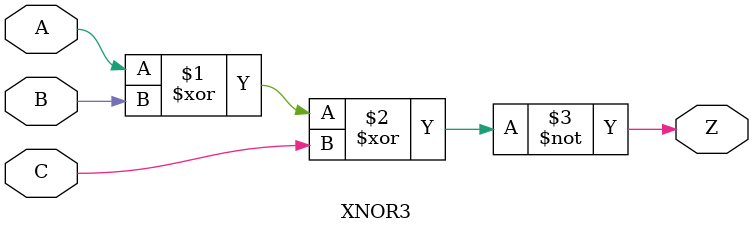
<source format=v>
`resetall
`timescale 1 ns / 1 ps

`celldefine

module XNOR3 (A, B, C, Z);
  input A, B, C;
  output Z;

  xnor (Z, A, B, C);


endmodule 

`endcelldefine

</source>
